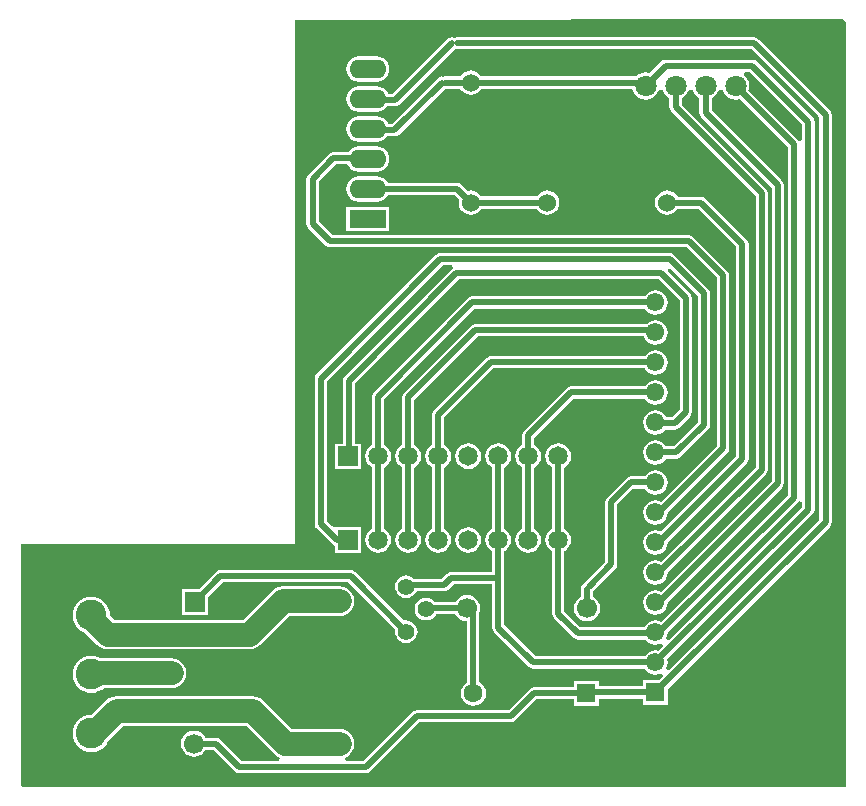
<source format=gbl>
G04 Layer_Physical_Order=2*
G04 Layer_Color=11436288*
%FSLAX44Y44*%
%MOMM*%
G71*
G01*
G75*
%ADD10C,1.5500*%
%ADD11R,1.5500X1.5500*%
%ADD12C,2.6000*%
%ADD13C,1.8000*%
%ADD14R,1.7000X1.7000*%
%ADD15C,1.7000*%
%ADD16C,1.5240*%
%ADD17C,1.6510*%
%ADD18R,1.6510X1.6510*%
%ADD19C,1.6000*%
%ADD20R,1.6000X1.6000*%
%ADD21C,1.4000*%
%ADD22O,3.1240X1.6000*%
%ADD23R,3.1240X1.6000*%
%ADD24C,0.5000*%
%ADD25C,2.0000*%
G36*
X571505Y912697D02*
Y468630D01*
X571505Y468630D01*
X339095D01*
Y264848D01*
X341436Y263257D01*
X1037590D01*
Y910423D01*
X1034883Y913128D01*
X571505Y912697D01*
D02*
G37*
%LPC*%
G36*
X718063Y483074D02*
X720881Y482703D01*
X723507Y481615D01*
X725762Y479885D01*
X727493Y477630D01*
X728580Y475004D01*
X728951Y472186D01*
X728580Y469368D01*
X727493Y466742D01*
X725762Y464487D01*
X723507Y462757D01*
X720881Y461669D01*
X718063Y461298D01*
X715245Y461669D01*
X712619Y462757D01*
X710364Y464487D01*
X708634Y466742D01*
X707546Y469368D01*
X707175Y472186D01*
X707546Y475004D01*
X708634Y477630D01*
X710364Y479885D01*
X712619Y481615D01*
X715245Y482703D01*
X718063Y483074D01*
D02*
G37*
G36*
X876559Y607533D02*
X879246Y607179D01*
X881749Y606142D01*
X883898Y604493D01*
X885548Y602343D01*
X886584Y599840D01*
X886938Y597154D01*
X886584Y594468D01*
X885548Y591965D01*
X883898Y589815D01*
X881749Y588166D01*
X879246Y587129D01*
X876559Y586775D01*
X873873Y587129D01*
X871370Y588166D01*
X869220Y589815D01*
X867571Y591965D01*
X867550Y592015D01*
X807314D01*
X774002Y558703D01*
Y552608D01*
X774307Y552481D01*
X776562Y550751D01*
X778293Y548496D01*
X779380Y545870D01*
X779752Y543052D01*
X779380Y540234D01*
X778293Y537608D01*
X776562Y535353D01*
X774307Y533623D01*
X774002Y533496D01*
Y481742D01*
X774307Y481615D01*
X776562Y479885D01*
X778293Y477630D01*
X779380Y475004D01*
X779752Y472186D01*
X779380Y469368D01*
X778293Y466742D01*
X776562Y464487D01*
X774307Y462757D01*
X771681Y461669D01*
X768863Y461298D01*
X766045Y461669D01*
X763419Y462757D01*
X761164Y464487D01*
X759434Y466742D01*
X758346Y469368D01*
X757975Y472186D01*
X758346Y475004D01*
X759434Y477630D01*
X761164Y479885D01*
X763419Y481615D01*
X763725Y481742D01*
Y533496D01*
X763419Y533623D01*
X761164Y535353D01*
X759434Y537608D01*
X758346Y540234D01*
X757975Y543052D01*
X758346Y545870D01*
X759434Y548496D01*
X761164Y550751D01*
X763419Y552481D01*
X763725Y552608D01*
Y560832D01*
X764116Y562799D01*
X765230Y564466D01*
X801552Y600788D01*
X803219Y601902D01*
X805185Y602293D01*
X867550D01*
X867571Y602343D01*
X869220Y604493D01*
X871370Y606142D01*
X873873Y607179D01*
X876559Y607533D01*
D02*
G37*
G36*
Y658333D02*
X879246Y657979D01*
X881749Y656942D01*
X883898Y655293D01*
X885548Y653143D01*
X886584Y650640D01*
X886938Y647954D01*
X886584Y645268D01*
X885548Y642765D01*
X883898Y640615D01*
X881749Y638966D01*
X879246Y637929D01*
X876559Y637575D01*
X873873Y637929D01*
X871370Y638966D01*
X869220Y640615D01*
X867571Y642765D01*
X866814Y644593D01*
X726034D01*
X672402Y590961D01*
Y552608D01*
X672707Y552481D01*
X674962Y550751D01*
X676693Y548496D01*
X677781Y545870D01*
X678151Y543052D01*
X677781Y540234D01*
X676693Y537608D01*
X674962Y535353D01*
X672707Y533623D01*
X672402Y533496D01*
Y481742D01*
X672707Y481615D01*
X674962Y479885D01*
X676693Y477630D01*
X677781Y475004D01*
X678151Y472186D01*
X677781Y469368D01*
X676693Y466742D01*
X674962Y464487D01*
X672707Y462757D01*
X670081Y461669D01*
X667263Y461298D01*
X664445Y461669D01*
X661819Y462757D01*
X659564Y464487D01*
X657834Y466742D01*
X656746Y469368D01*
X656375Y472186D01*
X656746Y475004D01*
X657834Y477630D01*
X659564Y479885D01*
X661819Y481615D01*
X662125Y481742D01*
Y533496D01*
X661819Y533623D01*
X659564Y535353D01*
X657834Y537608D01*
X656746Y540234D01*
X656375Y543052D01*
X656746Y545870D01*
X657834Y548496D01*
X659564Y550751D01*
X661819Y552481D01*
X662125Y552608D01*
Y593090D01*
X662516Y595056D01*
X663630Y596724D01*
X720272Y653366D01*
X721939Y654480D01*
X723905Y654871D01*
X868896D01*
X869220Y655293D01*
X871370Y656942D01*
X873873Y657979D01*
X876559Y658333D01*
D02*
G37*
G36*
Y632933D02*
X879246Y632579D01*
X881749Y631542D01*
X883898Y629893D01*
X885548Y627743D01*
X886584Y625240D01*
X886938Y622554D01*
X886584Y619868D01*
X885548Y617365D01*
X883898Y615215D01*
X881749Y613566D01*
X879246Y612529D01*
X876559Y612175D01*
X873873Y612529D01*
X871370Y613566D01*
X869220Y615215D01*
X867571Y617365D01*
X867340Y617923D01*
X739496D01*
X697802Y576230D01*
Y552608D01*
X698107Y552481D01*
X700362Y550751D01*
X702093Y548496D01*
X703180Y545870D01*
X703551Y543052D01*
X703180Y540234D01*
X702093Y537608D01*
X700362Y535353D01*
X698107Y533623D01*
X697802Y533496D01*
Y481742D01*
X698107Y481615D01*
X700362Y479885D01*
X702093Y477630D01*
X703180Y475004D01*
X703551Y472186D01*
X703180Y469368D01*
X702093Y466742D01*
X700362Y464487D01*
X698107Y462757D01*
X695481Y461669D01*
X692663Y461298D01*
X689845Y461669D01*
X687219Y462757D01*
X684964Y464487D01*
X683234Y466742D01*
X682146Y469368D01*
X681775Y472186D01*
X682146Y475004D01*
X683234Y477630D01*
X684964Y479885D01*
X687219Y481615D01*
X687525Y481742D01*
Y533496D01*
X687219Y533623D01*
X684964Y535353D01*
X683234Y537608D01*
X682146Y540234D01*
X681775Y543052D01*
X682146Y545870D01*
X683234Y548496D01*
X684964Y550751D01*
X687219Y552481D01*
X687525Y552608D01*
Y578358D01*
X687916Y580325D01*
X689030Y581992D01*
X733734Y626696D01*
X735401Y627810D01*
X737367Y628201D01*
X867922D01*
X869220Y629893D01*
X871370Y631542D01*
X873873Y632579D01*
X876559Y632933D01*
D02*
G37*
G36*
X508259Y446845D02*
X618749D01*
X620716Y446454D01*
X622383Y445340D01*
X663658Y404064D01*
X665739Y404338D01*
X668230Y404010D01*
X670551Y403049D01*
X672543Y401520D01*
X674072Y399527D01*
X675034Y397206D01*
X675362Y394716D01*
X675034Y392226D01*
X674072Y389905D01*
X672543Y387912D01*
X670551Y386383D01*
X668230Y385422D01*
X665739Y385094D01*
X663249Y385422D01*
X660928Y386383D01*
X658935Y387912D01*
X657406Y389905D01*
X656445Y392226D01*
X656117Y394716D01*
X656391Y396797D01*
X616621Y436567D01*
X510388D01*
X497455Y423635D01*
Y408822D01*
X475375D01*
Y430902D01*
X490188D01*
X504626Y445340D01*
X506293Y446454D01*
X508259Y446845D01*
D02*
G37*
G36*
X561091Y433018D02*
X561091Y433018D01*
X609097D01*
X612371Y432587D01*
X615421Y431324D01*
X618041Y429314D01*
X620051Y426694D01*
X621315Y423644D01*
X621745Y420370D01*
X621315Y417096D01*
X620051Y414046D01*
X618041Y411426D01*
X615421Y409416D01*
X612371Y408153D01*
X609097Y407722D01*
X566330D01*
X541841Y383232D01*
X539221Y381222D01*
X536171Y379959D01*
X532897Y379528D01*
X532897Y379528D01*
X412971D01*
X412971Y379528D01*
X409698Y379959D01*
X406647Y381222D01*
X404028Y383232D01*
X393392Y393868D01*
X393064Y393968D01*
X390364Y395410D01*
X387998Y397352D01*
X386056Y399719D01*
X384613Y402418D01*
X383724Y405348D01*
X383424Y408394D01*
X383724Y411440D01*
X384613Y414370D01*
X386056Y417069D01*
X387998Y419436D01*
X390364Y421377D01*
X393064Y422821D01*
X395993Y423709D01*
X399039Y424009D01*
X402086Y423709D01*
X405015Y422821D01*
X407715Y421377D01*
X410081Y419436D01*
X412023Y417069D01*
X413466Y414370D01*
X414355Y411440D01*
X414655Y408394D01*
X414653Y408381D01*
X418210Y404824D01*
X527658D01*
X552148Y429314D01*
X554767Y431324D01*
X557818Y432587D01*
X561091Y433018D01*
D02*
G37*
G36*
X399039Y374009D02*
X402086Y373709D01*
X405015Y372821D01*
X406441Y372058D01*
X466857D01*
X470131Y371627D01*
X473181Y370364D01*
X475801Y368354D01*
X477811Y365734D01*
X479075Y362684D01*
X479506Y359410D01*
X479075Y356136D01*
X477811Y353086D01*
X475801Y350466D01*
X473181Y348456D01*
X470131Y347193D01*
X466857Y346762D01*
X409361D01*
X407715Y345410D01*
X405015Y343968D01*
X402086Y343079D01*
X399039Y342779D01*
X395993Y343079D01*
X393064Y343968D01*
X390364Y345410D01*
X387998Y347352D01*
X386056Y349719D01*
X384613Y352418D01*
X383724Y355348D01*
X383424Y358394D01*
X383724Y361440D01*
X384613Y364370D01*
X386056Y367069D01*
X387998Y369436D01*
X390364Y371377D01*
X393064Y372821D01*
X395993Y373709D01*
X399039Y374009D01*
D02*
G37*
G36*
X717047Y425663D02*
X719929Y425284D01*
X722615Y424171D01*
X724921Y422402D01*
X726691Y420096D01*
X727803Y417410D01*
X728183Y414528D01*
X727803Y411646D01*
X727572Y411088D01*
Y351672D01*
X727749Y351599D01*
X729950Y349909D01*
X731640Y347707D01*
X732702Y345144D01*
X733064Y342392D01*
X732702Y339641D01*
X731640Y337076D01*
X729950Y334875D01*
X727749Y333185D01*
X725185Y332123D01*
X722433Y331761D01*
X719682Y332123D01*
X717118Y333185D01*
X714916Y334875D01*
X713227Y337076D01*
X712165Y339641D01*
X711802Y342392D01*
X712165Y345144D01*
X713227Y347707D01*
X714916Y349909D01*
X717118Y351599D01*
X717295Y351672D01*
Y403176D01*
X717047Y403393D01*
X714165Y403772D01*
X711480Y404885D01*
X709174Y406654D01*
X707404Y408960D01*
X707226Y409389D01*
X690762D01*
X690583Y408955D01*
X689053Y406962D01*
X687060Y405433D01*
X684740Y404472D01*
X682249Y404144D01*
X679759Y404472D01*
X677438Y405433D01*
X675445Y406962D01*
X673916Y408955D01*
X672955Y411276D01*
X672627Y413766D01*
X672955Y416256D01*
X673916Y418577D01*
X675445Y420570D01*
X677438Y422099D01*
X679759Y423060D01*
X682249Y423388D01*
X684740Y423060D01*
X687060Y422099D01*
X689053Y420570D01*
X689746Y419667D01*
X707226D01*
X707404Y420096D01*
X709174Y422402D01*
X711480Y424171D01*
X714165Y425284D01*
X717047Y425663D01*
D02*
G37*
G36*
X876559Y531333D02*
X879246Y530979D01*
X881749Y529942D01*
X883898Y528293D01*
X885548Y526143D01*
X886584Y523640D01*
X886938Y520954D01*
X886584Y518268D01*
X885548Y515765D01*
X883898Y513615D01*
X881749Y511966D01*
X879246Y510929D01*
X876559Y510575D01*
X873873Y510929D01*
X871370Y511966D01*
X869220Y513615D01*
X867571Y515765D01*
X867550Y515815D01*
X857860D01*
X844360Y502315D01*
Y451612D01*
X843969Y449646D01*
X842855Y447978D01*
X823786Y428909D01*
Y424349D01*
X824215Y424171D01*
X826521Y422402D01*
X828291Y420096D01*
X829403Y417410D01*
X829783Y414528D01*
X829403Y411646D01*
X828291Y408960D01*
X826521Y406654D01*
X824215Y404885D01*
X821529Y403772D01*
X818647Y403393D01*
X815765Y403772D01*
X813080Y404885D01*
X810773Y406654D01*
X809004Y408960D01*
X807891Y411646D01*
X807512Y414528D01*
X807891Y417410D01*
X809004Y420096D01*
X810773Y422402D01*
X813080Y424171D01*
X813509Y424349D01*
Y431038D01*
X813900Y433004D01*
X815014Y434672D01*
X815775Y435180D01*
X816284Y435942D01*
X834083Y453741D01*
Y504444D01*
X834474Y506410D01*
X835588Y508078D01*
X852098Y524588D01*
X853765Y525702D01*
X855731Y526093D01*
X867550D01*
X867571Y526143D01*
X869220Y528293D01*
X871370Y529942D01*
X873873Y530979D01*
X876559Y531333D01*
D02*
G37*
G36*
X625353Y779997D02*
X640593D01*
X643345Y779635D01*
X645909Y778573D01*
X648111Y776883D01*
X649800Y774681D01*
X649873Y774505D01*
X708919D01*
X710886Y774114D01*
X712553Y773000D01*
X717716Y767837D01*
X720349Y768184D01*
X723002Y767834D01*
X725473Y766811D01*
X727596Y765182D01*
X729213Y763075D01*
X776002D01*
X777619Y765182D01*
X779742Y766811D01*
X782213Y767834D01*
X784865Y768184D01*
X787518Y767834D01*
X789989Y766811D01*
X792112Y765182D01*
X793740Y763060D01*
X794764Y760588D01*
X795113Y757936D01*
X794764Y755284D01*
X793740Y752812D01*
X792112Y750690D01*
X789989Y749061D01*
X787518Y748037D01*
X784865Y747688D01*
X782213Y748037D01*
X779742Y749061D01*
X777619Y750690D01*
X776002Y752797D01*
X729213D01*
X727596Y750690D01*
X725473Y749061D01*
X723002Y748037D01*
X720349Y747688D01*
X717697Y748037D01*
X715226Y749061D01*
X713103Y750690D01*
X711475Y752812D01*
X710451Y755284D01*
X710102Y757936D01*
X710448Y760570D01*
X706791Y764227D01*
X649873D01*
X649800Y764051D01*
X648111Y761849D01*
X645909Y760159D01*
X643345Y759097D01*
X640593Y758735D01*
X625353D01*
X622602Y759097D01*
X620038Y760159D01*
X617836Y761849D01*
X616147Y764051D01*
X615085Y766615D01*
X614722Y769366D01*
X615085Y772117D01*
X616147Y774681D01*
X617836Y776883D01*
X620038Y778573D01*
X622602Y779635D01*
X625353Y779997D01*
D02*
G37*
G36*
X886465Y768184D02*
X889118Y767834D01*
X891589Y766811D01*
X893711Y765182D01*
X895340Y763060D01*
X895387Y762948D01*
X915294D01*
X917261Y762557D01*
X918928Y761443D01*
X953853Y726518D01*
X954967Y724850D01*
X955358Y722884D01*
Y540882D01*
X954967Y538916D01*
X953853Y537249D01*
X886917Y470313D01*
X886938Y470154D01*
X886584Y467468D01*
X885548Y464965D01*
X883898Y462815D01*
X881749Y461166D01*
X879246Y460129D01*
X876559Y459775D01*
X873873Y460129D01*
X871370Y461166D01*
X869220Y462815D01*
X867571Y464965D01*
X866534Y467468D01*
X866180Y470154D01*
X866534Y472840D01*
X867571Y475343D01*
X869220Y477493D01*
X871370Y479142D01*
X873873Y480179D01*
X876559Y480533D01*
X879246Y480179D01*
X881369Y479300D01*
X945081Y543011D01*
Y720755D01*
X913166Y752670D01*
X895231D01*
X893711Y750690D01*
X891589Y749061D01*
X889118Y748037D01*
X886465Y747688D01*
X883813Y748037D01*
X881341Y749061D01*
X879219Y750690D01*
X877591Y752812D01*
X876567Y755284D01*
X876218Y757936D01*
X876567Y760588D01*
X877591Y763060D01*
X879219Y765182D01*
X881341Y766811D01*
X883813Y767834D01*
X886465Y768184D01*
D02*
G37*
G36*
X704093Y897949D02*
X706060Y897558D01*
X706125Y897514D01*
X706191Y897558D01*
X708157Y897949D01*
X960125D01*
X962092Y897558D01*
X963759Y896444D01*
X1024211Y835992D01*
X1025325Y834324D01*
X1025716Y832358D01*
Y487172D01*
X1025325Y485205D01*
X1024211Y483538D01*
X886849Y346177D01*
Y332864D01*
X866269D01*
Y338015D01*
X828373D01*
Y331852D01*
X807293D01*
Y337253D01*
X775818D01*
X758019Y319454D01*
X756352Y318340D01*
X754385Y317949D01*
X676504D01*
X634829Y276274D01*
X633162Y275160D01*
X631195Y274769D01*
X524007D01*
X522041Y275160D01*
X520374Y276274D01*
X502067Y294581D01*
X495728D01*
X495551Y294152D01*
X493781Y291846D01*
X491475Y290077D01*
X488789Y288964D01*
X485907Y288585D01*
X483025Y288964D01*
X480340Y290077D01*
X478033Y291846D01*
X476264Y294152D01*
X475151Y296838D01*
X474772Y299720D01*
X475151Y302602D01*
X476264Y305288D01*
X478033Y307594D01*
X480340Y309363D01*
X483025Y310476D01*
X485907Y310855D01*
X488789Y310476D01*
X491475Y309363D01*
X493781Y307594D01*
X495551Y305288D01*
X495728Y304859D01*
X504195D01*
X506162Y304468D01*
X507829Y303354D01*
X526136Y285047D01*
X557940D01*
X558536Y288047D01*
X556799Y288766D01*
X554180Y290776D01*
X530198Y314758D01*
X425576D01*
X413566Y302747D01*
X413466Y302418D01*
X412023Y299719D01*
X410081Y297352D01*
X407715Y295410D01*
X405015Y293967D01*
X402086Y293079D01*
X399039Y292779D01*
X395993Y293079D01*
X393064Y293967D01*
X390364Y295410D01*
X387998Y297352D01*
X386056Y299719D01*
X384613Y302418D01*
X383724Y305348D01*
X383424Y308394D01*
X383724Y311440D01*
X384613Y314370D01*
X386056Y317069D01*
X387998Y319436D01*
X390364Y321377D01*
X393064Y322821D01*
X395993Y323709D01*
X399039Y324009D01*
X399052Y324008D01*
X411394Y336350D01*
X414013Y338360D01*
X417064Y339623D01*
X420337Y340054D01*
X420337Y340054D01*
X535437D01*
X535437Y340054D01*
X538711Y339623D01*
X541761Y338360D01*
X544381Y336350D01*
X544381Y336349D01*
X568362Y312368D01*
X609097D01*
X612371Y311937D01*
X615421Y310674D01*
X618041Y308664D01*
X620051Y306044D01*
X621315Y302994D01*
X621745Y299720D01*
X621315Y296446D01*
X620051Y293396D01*
X618041Y290776D01*
X615421Y288766D01*
X613684Y288047D01*
X614281Y285047D01*
X629067D01*
X670742Y326722D01*
X672409Y327836D01*
X674375Y328227D01*
X752257D01*
X770056Y346026D01*
X771723Y347140D01*
X773689Y347531D01*
X807293D01*
Y352932D01*
X828373D01*
Y348293D01*
X866269D01*
Y353444D01*
X879582D01*
X883232Y357094D01*
X881749Y359566D01*
X879246Y358529D01*
X876559Y358175D01*
X873873Y358529D01*
X871370Y359566D01*
X869220Y361215D01*
X867571Y363365D01*
X867550Y363415D01*
X772927D01*
X770961Y363806D01*
X769294Y364920D01*
X739830Y394384D01*
X738716Y396051D01*
X738325Y398018D01*
Y435043D01*
X705968D01*
X701123Y430198D01*
X699456Y429084D01*
X697489Y428693D01*
X674358D01*
X674072Y428005D01*
X672543Y426012D01*
X670551Y424483D01*
X668230Y423522D01*
X665739Y423194D01*
X663249Y423522D01*
X660928Y424483D01*
X658935Y426012D01*
X657406Y428005D01*
X656445Y430326D01*
X656117Y432816D01*
X656445Y435306D01*
X657406Y437627D01*
X658935Y439620D01*
X660928Y441149D01*
X663249Y442110D01*
X665739Y442438D01*
X668230Y442110D01*
X670551Y441149D01*
X672543Y439620D01*
X673042Y438971D01*
X695361D01*
X700206Y443816D01*
X701873Y444930D01*
X703839Y445321D01*
X738325D01*
Y462630D01*
X738019Y462757D01*
X735764Y464487D01*
X734034Y466742D01*
X732946Y469368D01*
X732575Y472186D01*
X732946Y475004D01*
X734034Y477630D01*
X735764Y479885D01*
X738019Y481615D01*
X738325Y481742D01*
Y533496D01*
X738019Y533623D01*
X735764Y535353D01*
X734034Y537608D01*
X732946Y540234D01*
X732575Y543052D01*
X732946Y545870D01*
X734034Y548496D01*
X735764Y550751D01*
X738019Y552481D01*
X740645Y553569D01*
X743463Y553940D01*
X746281Y553569D01*
X748907Y552481D01*
X751162Y550751D01*
X752893Y548496D01*
X753980Y545870D01*
X754352Y543052D01*
X753980Y540234D01*
X752893Y537608D01*
X751162Y535353D01*
X748907Y533623D01*
X748602Y533496D01*
Y481742D01*
X748907Y481615D01*
X751162Y479885D01*
X752893Y477630D01*
X753980Y475004D01*
X754352Y472186D01*
X753980Y469368D01*
X752893Y466742D01*
X751162Y464487D01*
X748907Y462757D01*
X748602Y462630D01*
Y440182D01*
Y400146D01*
X775056Y373693D01*
X867550D01*
X867571Y373743D01*
X869220Y375893D01*
X871370Y377542D01*
X873873Y378579D01*
X876559Y378933D01*
X879246Y378579D01*
X879296Y378558D01*
X883232Y382494D01*
X881749Y384966D01*
X879246Y383929D01*
X876559Y383575D01*
X873873Y383929D01*
X871370Y384966D01*
X869220Y386615D01*
X868184Y387965D01*
X810861D01*
X808895Y388357D01*
X807228Y389470D01*
X790630Y406068D01*
X789516Y407735D01*
X789125Y409702D01*
Y462630D01*
X788819Y462757D01*
X786564Y464487D01*
X784834Y466742D01*
X783746Y469368D01*
X783375Y472186D01*
X783746Y475004D01*
X784834Y477630D01*
X786564Y479885D01*
X788819Y481615D01*
X789125Y481742D01*
Y533496D01*
X788819Y533623D01*
X786564Y535353D01*
X784834Y537608D01*
X783746Y540234D01*
X783375Y543052D01*
X783746Y545870D01*
X784834Y548496D01*
X786564Y550751D01*
X788819Y552481D01*
X791445Y553569D01*
X794263Y553940D01*
X797081Y553569D01*
X799707Y552481D01*
X801962Y550751D01*
X803693Y548496D01*
X804781Y545870D01*
X805152Y543052D01*
X804781Y540234D01*
X803693Y537608D01*
X801962Y535353D01*
X799707Y533623D01*
X799402Y533496D01*
Y481742D01*
X799707Y481615D01*
X801962Y479885D01*
X803693Y477630D01*
X804781Y475004D01*
X805152Y472186D01*
X804781Y469368D01*
X803693Y466742D01*
X801962Y464487D01*
X799707Y462757D01*
X799402Y462630D01*
Y411830D01*
X812990Y398243D01*
X867198D01*
X867571Y399143D01*
X869220Y401293D01*
X871370Y402942D01*
X873873Y403979D01*
X876559Y404333D01*
X879246Y403979D01*
X881369Y403100D01*
X988515Y510245D01*
Y805338D01*
X948071Y845781D01*
X947390Y845499D01*
X944377Y845102D01*
X941365Y845499D01*
X938558Y846662D01*
X936147Y848512D01*
X934297Y850922D01*
X933381Y853134D01*
X931680Y853442D01*
X929973Y853132D01*
X929057Y850921D01*
X927208Y848511D01*
X924797Y846661D01*
X924116Y846379D01*
Y836011D01*
X983825Y776302D01*
X984939Y774634D01*
X985330Y772668D01*
Y520054D01*
X984939Y518088D01*
X983825Y516421D01*
X886917Y419513D01*
X886938Y419354D01*
X886584Y416668D01*
X885548Y414165D01*
X883898Y412015D01*
X881749Y410366D01*
X879246Y409329D01*
X876559Y408975D01*
X873873Y409329D01*
X871370Y410366D01*
X869220Y412015D01*
X867571Y414165D01*
X866534Y416668D01*
X866180Y419354D01*
X866534Y422040D01*
X867571Y424543D01*
X869220Y426693D01*
X871370Y428342D01*
X873873Y429379D01*
X876559Y429733D01*
X879246Y429379D01*
X881369Y428499D01*
X975053Y522183D01*
Y770539D01*
X915344Y830248D01*
X914230Y831916D01*
X913839Y833882D01*
Y846379D01*
X913158Y846661D01*
X910747Y848511D01*
X908897Y850921D01*
X907981Y853132D01*
X906275Y853442D01*
X904574Y853134D01*
X903658Y850922D01*
X901808Y848512D01*
X899397Y846662D01*
X898716Y846380D01*
Y840836D01*
X970109Y769444D01*
X971223Y767776D01*
X971614Y765810D01*
Y531738D01*
X971223Y529772D01*
X970109Y528105D01*
X886917Y444913D01*
X886938Y444754D01*
X886584Y442068D01*
X885548Y439565D01*
X883898Y437415D01*
X881749Y435766D01*
X879246Y434729D01*
X876559Y434375D01*
X873873Y434729D01*
X871370Y435766D01*
X869220Y437415D01*
X867571Y439565D01*
X866534Y442068D01*
X866180Y444754D01*
X866534Y447440D01*
X867571Y449943D01*
X869220Y452093D01*
X871370Y453742D01*
X873873Y454779D01*
X876559Y455133D01*
X879246Y454779D01*
X881369Y453899D01*
X961337Y533867D01*
Y763681D01*
X889944Y835074D01*
X888830Y836741D01*
X888439Y838708D01*
Y846380D01*
X887758Y846662D01*
X885347Y848512D01*
X883497Y850922D01*
X882581Y853134D01*
X880877Y853442D01*
X879174Y853134D01*
X878258Y850922D01*
X876408Y848512D01*
X873997Y846662D01*
X871190Y845499D01*
X868177Y845102D01*
X865165Y845499D01*
X862358Y846662D01*
X859947Y848512D01*
X858097Y850922D01*
X856934Y853729D01*
X856846Y854397D01*
X729213D01*
X727596Y852290D01*
X725473Y850661D01*
X723002Y849638D01*
X720349Y849288D01*
X717697Y849638D01*
X715226Y850661D01*
X713103Y852290D01*
X711486Y854397D01*
X698094D01*
X659086Y815389D01*
X657419Y814275D01*
X655452Y813884D01*
X649059D01*
X648111Y812649D01*
X645909Y810959D01*
X643345Y809897D01*
X640593Y809535D01*
X625353D01*
X622602Y809897D01*
X620038Y810959D01*
X617836Y812649D01*
X616147Y814850D01*
X615085Y817414D01*
X614722Y820166D01*
X615085Y822917D01*
X616147Y825481D01*
X617836Y827683D01*
X620038Y829373D01*
X622602Y830435D01*
X625353Y830797D01*
X640593D01*
X643345Y830435D01*
X645909Y829373D01*
X648111Y827683D01*
X649800Y825481D01*
X650347Y824162D01*
X653324D01*
X692332Y863170D01*
X693999Y864284D01*
X695965Y864675D01*
X696981Y864473D01*
X697997Y864675D01*
X711486D01*
X713103Y866782D01*
X715226Y868411D01*
X717697Y869435D01*
X720349Y869784D01*
X723002Y869435D01*
X725473Y868411D01*
X727596Y866782D01*
X729213Y864675D01*
X859718D01*
X859947Y864972D01*
X862358Y866822D01*
X865165Y867985D01*
X868177Y868382D01*
X871190Y867985D01*
X871871Y867703D01*
X881689Y877521D01*
X883356Y878635D01*
X885322Y879026D01*
X958728D01*
X960695Y878635D01*
X962362Y877521D01*
X1009733Y830150D01*
X1010847Y828483D01*
X1011238Y826516D01*
Y497967D01*
X1010847Y496001D01*
X1009733Y494333D01*
X1009350Y494078D01*
X886563Y371291D01*
X886584Y371240D01*
X886938Y368554D01*
X886584Y365868D01*
X885548Y363365D01*
X888020Y361882D01*
X1015439Y489300D01*
Y830229D01*
X957997Y887671D01*
X708157D01*
X706543Y887992D01*
X659467Y840916D01*
X657800Y839802D01*
X655833Y839411D01*
X649156D01*
X648111Y838049D01*
X645909Y836359D01*
X643345Y835297D01*
X640593Y834935D01*
X625353D01*
X622602Y835297D01*
X620038Y836359D01*
X617836Y838049D01*
X616147Y840250D01*
X615085Y842814D01*
X614722Y845566D01*
X615085Y848317D01*
X616147Y850882D01*
X617836Y853083D01*
X620038Y854773D01*
X622602Y855835D01*
X625353Y856197D01*
X640593D01*
X643345Y855835D01*
X645909Y854773D01*
X648111Y853083D01*
X649800Y850882D01*
X650294Y849689D01*
X653705D01*
X700460Y896444D01*
X702127Y897558D01*
X704093Y897949D01*
D02*
G37*
G36*
X625353Y881597D02*
X640593D01*
X643345Y881235D01*
X645909Y880173D01*
X648111Y878483D01*
X649800Y876282D01*
X650862Y873717D01*
X651224Y870966D01*
X650862Y868214D01*
X649800Y865650D01*
X648111Y863449D01*
X645909Y861759D01*
X643345Y860697D01*
X640593Y860335D01*
X625353D01*
X622602Y860697D01*
X620038Y861759D01*
X617836Y863449D01*
X616147Y865650D01*
X615085Y868214D01*
X614722Y870966D01*
X615085Y873717D01*
X616147Y876282D01*
X617836Y878483D01*
X620038Y880173D01*
X622602Y881235D01*
X625353Y881597D01*
D02*
G37*
G36*
X614813Y754506D02*
X651133D01*
Y733426D01*
X614813D01*
Y754506D01*
D02*
G37*
G36*
X876559Y683733D02*
X879246Y683379D01*
X881749Y682342D01*
X883898Y680693D01*
X885548Y678543D01*
X886584Y676040D01*
X886938Y673354D01*
X886584Y670668D01*
X885548Y668165D01*
X883898Y666015D01*
X881749Y664366D01*
X879246Y663329D01*
X876559Y662975D01*
X873873Y663329D01*
X871370Y664366D01*
X869220Y666015D01*
X867571Y668165D01*
X867550Y668215D01*
X723748D01*
X647002Y591469D01*
Y552608D01*
X647307Y552481D01*
X649562Y550751D01*
X651293Y548496D01*
X652381Y545870D01*
X652751Y543052D01*
X652381Y540234D01*
X651293Y537608D01*
X649562Y535353D01*
X647307Y533623D01*
X647002Y533496D01*
Y481742D01*
X647307Y481615D01*
X649562Y479885D01*
X651293Y477630D01*
X652381Y475004D01*
X652751Y472186D01*
X652381Y469368D01*
X651293Y466742D01*
X649562Y464487D01*
X647307Y462757D01*
X644681Y461669D01*
X641863Y461298D01*
X639045Y461669D01*
X636419Y462757D01*
X634164Y464487D01*
X632434Y466742D01*
X631346Y469368D01*
X630975Y472186D01*
X631346Y475004D01*
X632434Y477630D01*
X634164Y479885D01*
X636419Y481615D01*
X636725Y481742D01*
Y533496D01*
X636419Y533623D01*
X634164Y535353D01*
X632434Y537608D01*
X631346Y540234D01*
X630975Y543052D01*
X631346Y545870D01*
X632434Y548496D01*
X634164Y550751D01*
X636419Y552481D01*
X636725Y552608D01*
Y593598D01*
X637116Y595564D01*
X638230Y597232D01*
X717986Y676988D01*
X719653Y678102D01*
X721619Y678493D01*
X867550D01*
X867571Y678543D01*
X869220Y680693D01*
X871370Y682342D01*
X873873Y683379D01*
X876559Y683733D01*
D02*
G37*
G36*
X694441Y715323D02*
X888751D01*
X890718Y714932D01*
X891271Y714562D01*
X892385Y713818D01*
X921341Y684862D01*
X922455Y683195D01*
X922846Y681228D01*
Y569722D01*
X922455Y567756D01*
X921341Y566088D01*
X897973Y542720D01*
X896859Y541976D01*
X896306Y541606D01*
X894339Y541215D01*
X885569D01*
X885548Y541165D01*
X883898Y539015D01*
X881749Y537366D01*
X879246Y536329D01*
X876559Y535975D01*
X873873Y536329D01*
X871370Y537366D01*
X869220Y539015D01*
X867571Y541165D01*
X866534Y543668D01*
X866180Y546354D01*
X866534Y549040D01*
X867571Y551543D01*
X869220Y553693D01*
X871370Y555342D01*
X873873Y556379D01*
X876559Y556733D01*
X879246Y556379D01*
X881749Y555342D01*
X883898Y553693D01*
X885548Y551543D01*
X885569Y551493D01*
X892211D01*
X912569Y571851D01*
Y679100D01*
X888209Y703459D01*
X887787Y703354D01*
X886868Y700031D01*
X905847Y681052D01*
X906961Y679385D01*
X907352Y677418D01*
Y580214D01*
X906961Y578248D01*
X905847Y576581D01*
X896537Y567271D01*
X894870Y566157D01*
X892903Y565765D01*
X884934D01*
X883898Y564415D01*
X881749Y562766D01*
X879246Y561729D01*
X876559Y561375D01*
X873873Y561729D01*
X871370Y562766D01*
X869220Y564415D01*
X867571Y566565D01*
X866534Y569068D01*
X866180Y571754D01*
X866534Y574440D01*
X867571Y576943D01*
X869220Y579093D01*
X871370Y580742D01*
X873873Y581779D01*
X876559Y582133D01*
X879246Y581779D01*
X881749Y580742D01*
X883898Y579093D01*
X885548Y576943D01*
X885921Y576043D01*
X890775D01*
X897075Y582343D01*
Y675290D01*
X879511Y692853D01*
X710032D01*
X622110Y604931D01*
Y553847D01*
X627258D01*
Y532257D01*
X605668D01*
Y553847D01*
X611833D01*
Y607060D01*
X612224Y609026D01*
X613338Y610694D01*
X704270Y701626D01*
X704898Y702045D01*
X703988Y705045D01*
X696570D01*
X598234Y606710D01*
Y488284D01*
X602809Y483710D01*
X605668Y482981D01*
Y482981D01*
X605668Y482981D01*
X627258D01*
Y461391D01*
X605668D01*
Y467325D01*
X605099Y467438D01*
X603432Y468552D01*
X589462Y482522D01*
X588717Y483636D01*
X588348Y484189D01*
X587957Y486156D01*
Y608838D01*
X588348Y610804D01*
X589462Y612472D01*
X690808Y713818D01*
X692475Y714932D01*
X694441Y715323D01*
D02*
G37*
G36*
X625353Y805397D02*
X640593D01*
X643345Y805035D01*
X645909Y803973D01*
X648111Y802283D01*
X649800Y800081D01*
X650862Y797517D01*
X651224Y794766D01*
X650862Y792014D01*
X649800Y789451D01*
X648111Y787249D01*
X645909Y785559D01*
X643345Y784497D01*
X640593Y784135D01*
X625353D01*
X622602Y784497D01*
X620038Y785559D01*
X617836Y787249D01*
X616147Y789451D01*
X615758Y790389D01*
X605892D01*
X591376Y775873D01*
Y742284D01*
X603352Y730309D01*
X905007D01*
X906974Y729918D01*
X908641Y728804D01*
X937343Y700102D01*
X938457Y698435D01*
X938848Y696468D01*
Y549772D01*
X938457Y547806D01*
X937343Y546139D01*
X886917Y495713D01*
X886938Y495554D01*
X886584Y492868D01*
X885548Y490365D01*
X883898Y488215D01*
X881749Y486566D01*
X879246Y485529D01*
X876559Y485175D01*
X873873Y485529D01*
X871370Y486566D01*
X869220Y488215D01*
X867571Y490365D01*
X866534Y492868D01*
X866180Y495554D01*
X866534Y498240D01*
X867571Y500743D01*
X869220Y502893D01*
X871370Y504542D01*
X873873Y505579D01*
X876559Y505933D01*
X879246Y505579D01*
X881369Y504700D01*
X928571Y551901D01*
Y694340D01*
X902879Y720031D01*
X603001D01*
X602112Y720208D01*
X601223Y720031D01*
X599257Y720422D01*
X597590Y721536D01*
X582604Y736522D01*
X581490Y738189D01*
X581099Y740156D01*
Y778002D01*
X581490Y779968D01*
X582604Y781636D01*
X600130Y799162D01*
X601797Y800276D01*
X603763Y800667D01*
X616596D01*
X617836Y802283D01*
X620038Y803973D01*
X622602Y805035D01*
X625353Y805397D01*
D02*
G37*
G36*
X718063Y553940D02*
X720881Y553569D01*
X723507Y552481D01*
X725762Y550751D01*
X727493Y548496D01*
X728580Y545870D01*
X728951Y543052D01*
X728580Y540234D01*
X727493Y537608D01*
X725762Y535353D01*
X723507Y533623D01*
X720881Y532535D01*
X718063Y532164D01*
X715245Y532535D01*
X712619Y533623D01*
X710364Y535353D01*
X708634Y537608D01*
X707546Y540234D01*
X707175Y543052D01*
X707546Y545870D01*
X708634Y548496D01*
X710364Y550751D01*
X712619Y552481D01*
X715245Y553569D01*
X718063Y553940D01*
D02*
G37*
%LPD*%
G36*
X997287Y504483D02*
X886917Y394113D01*
X886938Y393954D01*
X886584Y391268D01*
X885548Y388765D01*
X888020Y387282D01*
X1000961Y500223D01*
Y504811D01*
X997961Y505491D01*
X997287Y504483D01*
D02*
G37*
G36*
X951597Y865748D02*
X952608Y864972D01*
X954457Y862562D01*
X955620Y859754D01*
X956017Y856742D01*
X955620Y853729D01*
X955338Y853048D01*
X997287Y811100D01*
X997961Y810091D01*
X1000961Y810771D01*
Y824388D01*
X956600Y868748D01*
X952615D01*
X951597Y865748D01*
D02*
G37*
D10*
X876559Y673354D02*
D03*
Y647954D02*
D03*
Y622554D02*
D03*
Y597154D02*
D03*
Y571754D02*
D03*
Y546354D02*
D03*
Y520954D02*
D03*
Y495554D02*
D03*
Y470154D02*
D03*
Y444754D02*
D03*
Y419354D02*
D03*
Y393954D02*
D03*
Y368554D02*
D03*
D11*
Y343154D02*
D03*
D12*
X399039Y308394D02*
D03*
Y358394D02*
D03*
Y408394D02*
D03*
D13*
X868177Y856742D02*
D03*
X893577D02*
D03*
X918977Y856741D02*
D03*
X944377Y856742D02*
D03*
D14*
X486415Y419862D02*
D03*
D15*
X485907Y299720D02*
D03*
X609097D02*
D03*
X466857Y359410D02*
D03*
X609097Y420370D02*
D03*
X818647Y414528D02*
D03*
X717047D02*
D03*
D16*
X784865Y757936D02*
D03*
X886465D02*
D03*
X720349D02*
D03*
Y859536D02*
D03*
D17*
X794263Y472186D02*
D03*
X768863D02*
D03*
X743463D02*
D03*
X718063D02*
D03*
X641863D02*
D03*
X667263D02*
D03*
X692663D02*
D03*
X794263Y543052D02*
D03*
X768863D02*
D03*
X743463D02*
D03*
X718063D02*
D03*
X641863D02*
D03*
X667263D02*
D03*
X692663D02*
D03*
D18*
X616463Y472186D02*
D03*
Y543052D02*
D03*
D19*
X722433Y342392D02*
D03*
D20*
X817833D02*
D03*
D21*
X665739Y394716D02*
D03*
Y432816D02*
D03*
X682249Y413766D02*
D03*
D22*
X632973Y870966D02*
D03*
Y794766D02*
D03*
Y820166D02*
D03*
Y845566D02*
D03*
Y769366D02*
D03*
D23*
Y743966D02*
D03*
D24*
X818647Y414528D02*
Y431038D01*
X737367Y623062D02*
X692663Y578358D01*
X667263Y543052D02*
Y593090D01*
X723905Y649732D02*
X667263Y593090D01*
X721619Y673354D02*
X641863Y593598D01*
X616971Y543560D02*
Y607060D01*
X878641Y597154D02*
X805185D01*
X878641Y623062D02*
X737367D01*
X878641Y649732D02*
X723905D01*
X878641Y673354D02*
X721619D01*
X708919Y769366D02*
X632973D01*
X720349Y757936D02*
X708919Y769366D01*
X784865Y757936D02*
X720349D01*
X632211Y795528D02*
X603763D01*
X586237Y778002D01*
Y740156D02*
Y778002D01*
X893577Y838708D02*
Y856742D01*
X966475Y765810D02*
X893577Y838708D01*
X918977Y833882D02*
Y856741D01*
X980191Y772668D02*
X918977Y833882D01*
X980191Y520054D02*
Y772668D01*
X993653Y807466D02*
X944377Y856742D01*
X993653Y508116D02*
Y807466D01*
Y508116D02*
X878641Y393104D01*
X980191Y520054D02*
X878641Y418504D01*
X966475Y531738D02*
Y765810D01*
Y531738D02*
X878641Y443904D01*
X950219Y540882D02*
X878641Y469304D01*
X933709Y549772D02*
X878641Y494704D01*
X616463Y472186D02*
X607065D01*
X593095Y486156D01*
Y608838D01*
X892903Y570904D02*
X878641D01*
X794263Y472186D02*
Y543052D01*
X743463Y472186D02*
Y543052D01*
X768863D02*
Y560832D01*
Y472186D02*
Y543052D01*
X805185Y597154D02*
X768863Y560832D01*
X692663Y472186D02*
Y543052D01*
Y578358D01*
X667263Y472186D02*
Y543052D01*
X641863Y472186D02*
Y543052D01*
Y593598D01*
X902213Y580214D02*
X892903Y570904D01*
X902213Y580214D02*
Y677418D01*
X950219Y540882D02*
Y722884D01*
X915294Y757809D01*
X886338D01*
X902213Y677418D02*
X881639Y697992D01*
X707903D01*
X616971Y607060D01*
X601223Y725170D02*
X586237Y740156D01*
X933709Y549772D02*
Y696468D01*
X905007Y725170D01*
X603001D01*
X894339Y546354D02*
X876559D01*
X917707Y569722D02*
X894339Y546354D01*
X917707Y569722D02*
Y681228D01*
X888751Y710184D01*
X694441D01*
X593095Y608838D01*
X876559Y520954D02*
X855731D01*
X839221Y504444D01*
Y451612D02*
Y504444D01*
Y451612D02*
X819917Y432308D01*
X655452Y819023D02*
X634116D01*
X695965Y859536D02*
X655452Y819023D01*
X865383Y859536D02*
X697997D01*
X1005972Y497967D02*
X876559Y368554D01*
X1006099Y497967D02*
Y826516D01*
X958728Y873887D01*
X885322D01*
X868177Y856742D01*
X1020577Y487172D02*
X876559Y343154D01*
X1020577Y487172D02*
Y832358D01*
X960125Y892810D01*
X708157D01*
X704093D02*
X655833Y844550D01*
X633989D01*
X876559Y343154D02*
X820425D01*
X722433Y342392D02*
Y411480D01*
X878641Y393104D02*
X810861D01*
X794263Y409702D01*
Y472186D01*
X876559Y368554D02*
X772927D01*
X743463Y398018D01*
Y440182D02*
X703839D01*
X743463Y398018D02*
Y440182D01*
Y472186D01*
X703839Y440182D02*
X697489Y433832D01*
X666501D01*
X717047Y414528D02*
X683011D01*
X817833Y342392D02*
X773689D01*
X754385Y323088D01*
X665739Y394716D02*
X618749Y441706D01*
X508259D01*
X486415Y419862D01*
X504195Y299720D02*
X485907D01*
X524007Y279908D02*
X504195Y299720D01*
X631195Y279908D02*
X524007D01*
X674375Y323088D02*
X631195Y279908D01*
X754385Y323088D02*
X674375D01*
D25*
X412971Y392176D02*
X399039Y406108D01*
X532897Y392176D02*
X412971D01*
X561091Y420370D02*
X532897Y392176D01*
X609097Y420370D02*
X561091D01*
X609097Y299720D02*
X563123D01*
X535437Y327406D01*
X420337D01*
X399039Y306108D01*
X466857Y359410D02*
X402341D01*
M02*

</source>
